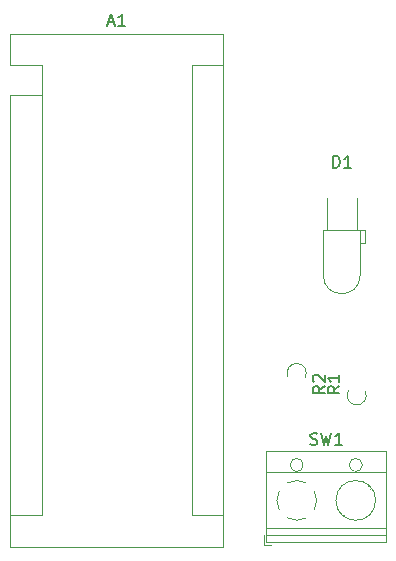
<source format=gbr>
G04 #@! TF.GenerationSoftware,KiCad,Pcbnew,5.1.5+dfsg1-2build2*
G04 #@! TF.CreationDate,2022-10-07T20:11:41-07:00*
G04 #@! TF.ProjectId,kicad intro project,6b696361-6420-4696-9e74-726f2070726f,rev?*
G04 #@! TF.SameCoordinates,Original*
G04 #@! TF.FileFunction,Legend,Top*
G04 #@! TF.FilePolarity,Positive*
%FSLAX46Y46*%
G04 Gerber Fmt 4.6, Leading zero omitted, Abs format (unit mm)*
G04 Created by KiCad (PCBNEW 5.1.5+dfsg1-2build2) date 2022-10-07 20:11:41*
%MOMM*%
%LPD*%
G04 APERTURE LIST*
%ADD10C,0.120000*%
%ADD11C,0.150000*%
G04 APERTURE END LIST*
D10*
X120390000Y-105400000D02*
X120990000Y-105400000D01*
X120390000Y-104560000D02*
X120390000Y-105400000D01*
X127010000Y-102576000D02*
X126916000Y-102669000D01*
X129260000Y-100325000D02*
X129201000Y-100384000D01*
X127180000Y-102816000D02*
X127121000Y-102874000D01*
X129465000Y-100531000D02*
X129371000Y-100624000D01*
X130750000Y-97440000D02*
X130750000Y-105161000D01*
X120630000Y-97440000D02*
X120630000Y-105161000D01*
X120630000Y-105161000D02*
X130750000Y-105161000D01*
X120630000Y-97440000D02*
X130750000Y-97440000D01*
X120630000Y-99200000D02*
X130750000Y-99200000D01*
X120630000Y-103900000D02*
X130750000Y-103900000D01*
X120630000Y-104500000D02*
X130750000Y-104500000D01*
X128740000Y-98600000D02*
G75*
G03X128740000Y-98600000I-550000J0D01*
G01*
X129870000Y-101600000D02*
G75*
G03X129870000Y-101600000I-1680000J0D01*
G01*
X123740000Y-98600000D02*
G75*
G03X123740000Y-98600000I-550000J0D01*
G01*
X123219383Y-103280450D02*
G75*
G02X122401000Y-103084000I-29383J1680450D01*
G01*
X121706047Y-102389088D02*
G75*
G02X121706000Y-100811000I1483953J789088D01*
G01*
X122400912Y-100116047D02*
G75*
G02X123979000Y-100116000I789088J-1483953D01*
G01*
X124673953Y-100810912D02*
G75*
G02X124674000Y-102389000I-1483953J-789088D01*
G01*
X123978712Y-103083352D02*
G75*
G02X123190000Y-103280000I-788712J1483352D01*
G01*
X122440641Y-91130095D02*
G75*
G02X123890000Y-91227133I749359J320095D01*
G01*
X129019359Y-92389905D02*
G75*
G02X127570000Y-92292867I-749359J-320095D01*
G01*
X128270000Y-76010000D02*
X128270000Y-76010000D01*
X128270000Y-78680000D02*
X128270000Y-76010000D01*
X128270000Y-78680000D02*
X128270000Y-78680000D01*
X128270000Y-76010000D02*
X128270000Y-78680000D01*
X125730000Y-76010000D02*
X125730000Y-76010000D01*
X125730000Y-78680000D02*
X125730000Y-76010000D01*
X125730000Y-78680000D02*
X125730000Y-78680000D01*
X125730000Y-76010000D02*
X125730000Y-78680000D01*
X128560000Y-78680000D02*
X128960000Y-78680000D01*
X128560000Y-79800000D02*
X128560000Y-78680000D01*
X128960000Y-79800000D02*
X128560000Y-79800000D01*
X128960000Y-78680000D02*
X128960000Y-79800000D01*
X125440000Y-78680000D02*
X128560000Y-78680000D01*
X128560000Y-78680000D02*
X128560000Y-82540000D01*
X125440000Y-78680000D02*
X125440000Y-82540000D01*
X128560000Y-82540000D02*
G75*
G02X125440000Y-82540000I-1560000J0D01*
G01*
X116970000Y-62100000D02*
X98930000Y-62100000D01*
X116970000Y-105540000D02*
X116970000Y-62100000D01*
X98930000Y-105540000D02*
X116970000Y-105540000D01*
X101600000Y-102870000D02*
X98930000Y-102870000D01*
X101600000Y-67310000D02*
X101600000Y-102870000D01*
X101600000Y-67310000D02*
X98930000Y-67310000D01*
X114300000Y-102870000D02*
X116970000Y-102870000D01*
X114300000Y-64770000D02*
X114300000Y-102870000D01*
X114300000Y-64770000D02*
X116970000Y-64770000D01*
X98930000Y-62100000D02*
X98930000Y-64770000D01*
X98930000Y-67310000D02*
X98930000Y-105540000D01*
X101600000Y-64770000D02*
X98930000Y-64770000D01*
X101600000Y-67310000D02*
X101600000Y-64770000D01*
D11*
X124356666Y-96844761D02*
X124499523Y-96892380D01*
X124737619Y-96892380D01*
X124832857Y-96844761D01*
X124880476Y-96797142D01*
X124928095Y-96701904D01*
X124928095Y-96606666D01*
X124880476Y-96511428D01*
X124832857Y-96463809D01*
X124737619Y-96416190D01*
X124547142Y-96368571D01*
X124451904Y-96320952D01*
X124404285Y-96273333D01*
X124356666Y-96178095D01*
X124356666Y-96082857D01*
X124404285Y-95987619D01*
X124451904Y-95940000D01*
X124547142Y-95892380D01*
X124785238Y-95892380D01*
X124928095Y-95940000D01*
X125261428Y-95892380D02*
X125499523Y-96892380D01*
X125690000Y-96178095D01*
X125880476Y-96892380D01*
X126118571Y-95892380D01*
X127023333Y-96892380D02*
X126451904Y-96892380D01*
X126737619Y-96892380D02*
X126737619Y-95892380D01*
X126642380Y-96035238D01*
X126547142Y-96130476D01*
X126451904Y-96178095D01*
X125562380Y-91926666D02*
X125086190Y-92260000D01*
X125562380Y-92498095D02*
X124562380Y-92498095D01*
X124562380Y-92117142D01*
X124610000Y-92021904D01*
X124657619Y-91974285D01*
X124752857Y-91926666D01*
X124895714Y-91926666D01*
X124990952Y-91974285D01*
X125038571Y-92021904D01*
X125086190Y-92117142D01*
X125086190Y-92498095D01*
X124657619Y-91545714D02*
X124610000Y-91498095D01*
X124562380Y-91402857D01*
X124562380Y-91164761D01*
X124610000Y-91069523D01*
X124657619Y-91021904D01*
X124752857Y-90974285D01*
X124848095Y-90974285D01*
X124990952Y-91021904D01*
X125562380Y-91593333D01*
X125562380Y-90974285D01*
X126802380Y-91926666D02*
X126326190Y-92260000D01*
X126802380Y-92498095D02*
X125802380Y-92498095D01*
X125802380Y-92117142D01*
X125850000Y-92021904D01*
X125897619Y-91974285D01*
X125992857Y-91926666D01*
X126135714Y-91926666D01*
X126230952Y-91974285D01*
X126278571Y-92021904D01*
X126326190Y-92117142D01*
X126326190Y-92498095D01*
X126802380Y-90974285D02*
X126802380Y-91545714D01*
X126802380Y-91260000D02*
X125802380Y-91260000D01*
X125945238Y-91355238D01*
X126040476Y-91450476D01*
X126088095Y-91545714D01*
X126261904Y-73422380D02*
X126261904Y-72422380D01*
X126500000Y-72422380D01*
X126642857Y-72470000D01*
X126738095Y-72565238D01*
X126785714Y-72660476D01*
X126833333Y-72850952D01*
X126833333Y-72993809D01*
X126785714Y-73184285D01*
X126738095Y-73279523D01*
X126642857Y-73374761D01*
X126500000Y-73422380D01*
X126261904Y-73422380D01*
X127785714Y-73422380D02*
X127214285Y-73422380D01*
X127500000Y-73422380D02*
X127500000Y-72422380D01*
X127404761Y-72565238D01*
X127309523Y-72660476D01*
X127214285Y-72708095D01*
X107235714Y-61126666D02*
X107711904Y-61126666D01*
X107140476Y-61412380D02*
X107473809Y-60412380D01*
X107807142Y-61412380D01*
X108664285Y-61412380D02*
X108092857Y-61412380D01*
X108378571Y-61412380D02*
X108378571Y-60412380D01*
X108283333Y-60555238D01*
X108188095Y-60650476D01*
X108092857Y-60698095D01*
M02*

</source>
